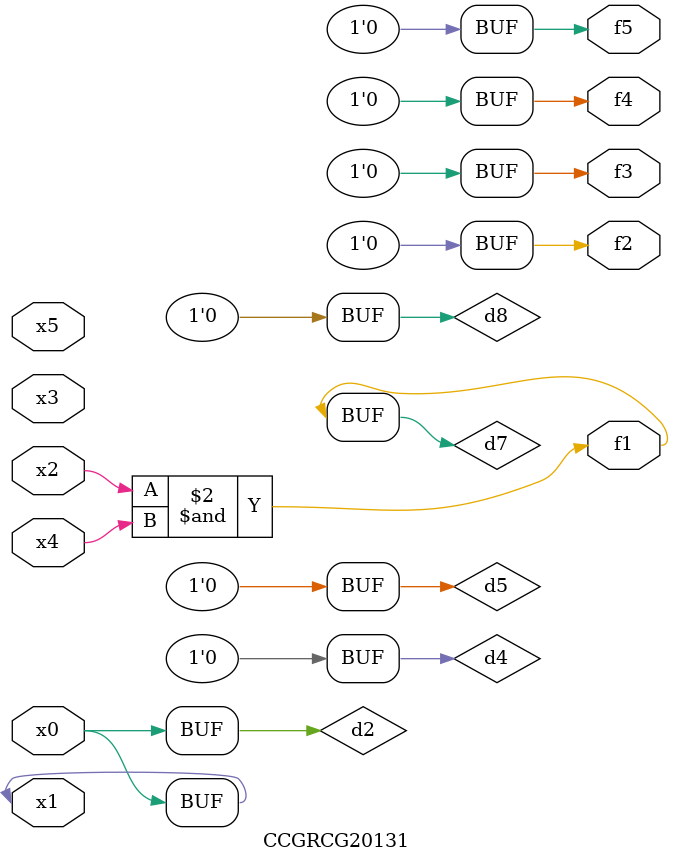
<source format=v>
module CCGRCG20131(
	input x0, x1, x2, x3, x4, x5,
	output f1, f2, f3, f4, f5
);

	wire d1, d2, d3, d4, d5, d6, d7, d8, d9;

	nand (d1, x1);
	buf (d2, x0, x1);
	nand (d3, x2, x4);
	and (d4, d1, d2);
	and (d5, d1, d2);
	nand (d6, d1, d3);
	not (d7, d3);
	xor (d8, d5);
	nor (d9, d5, d6);
	assign f1 = d7;
	assign f2 = d8;
	assign f3 = d8;
	assign f4 = d8;
	assign f5 = d8;
endmodule

</source>
